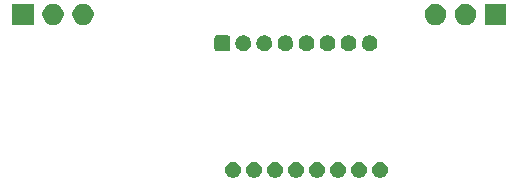
<source format=gbr>
G04 #@! TF.GenerationSoftware,KiCad,Pcbnew,9.0.2*
G04 #@! TF.CreationDate,2025-08-20T20:27:39-04:00*
G04 #@! TF.ProjectId,Trackball,54726163-6b62-4616-9c6c-2e6b69636164,rev?*
G04 #@! TF.SameCoordinates,Original*
G04 #@! TF.FileFunction,Soldermask,Bot*
G04 #@! TF.FilePolarity,Negative*
%FSLAX46Y46*%
G04 Gerber Fmt 4.6, Leading zero omitted, Abs format (unit mm)*
G04 Created by KiCad (PCBNEW 9.0.2) date 2025-08-20 20:27:39*
%MOMM*%
%LPD*%
G01*
G04 APERTURE LIST*
G04 APERTURE END LIST*
G36*
X112618232Y-177853108D02*
G01*
X112740664Y-177903821D01*
X112850850Y-177977445D01*
X112944555Y-178071150D01*
X113018179Y-178181336D01*
X113068892Y-178303768D01*
X113094745Y-178433740D01*
X113094745Y-178566260D01*
X113068892Y-178696232D01*
X113018179Y-178818664D01*
X112944555Y-178928850D01*
X112850850Y-179022555D01*
X112740664Y-179096179D01*
X112618232Y-179146892D01*
X112488260Y-179172745D01*
X112355740Y-179172745D01*
X112225768Y-179146892D01*
X112103336Y-179096179D01*
X111993150Y-179022555D01*
X111899445Y-178928850D01*
X111825821Y-178818664D01*
X111775108Y-178696232D01*
X111749255Y-178566260D01*
X111749255Y-178433740D01*
X111775108Y-178303768D01*
X111825821Y-178181336D01*
X111899445Y-178071150D01*
X111993150Y-177977445D01*
X112103336Y-177903821D01*
X112225768Y-177853108D01*
X112355740Y-177827255D01*
X112488260Y-177827255D01*
X112618232Y-177853108D01*
G37*
G36*
X114398232Y-177853108D02*
G01*
X114520664Y-177903821D01*
X114630850Y-177977445D01*
X114724555Y-178071150D01*
X114798179Y-178181336D01*
X114848892Y-178303768D01*
X114874745Y-178433740D01*
X114874745Y-178566260D01*
X114848892Y-178696232D01*
X114798179Y-178818664D01*
X114724555Y-178928850D01*
X114630850Y-179022555D01*
X114520664Y-179096179D01*
X114398232Y-179146892D01*
X114268260Y-179172745D01*
X114135740Y-179172745D01*
X114005768Y-179146892D01*
X113883336Y-179096179D01*
X113773150Y-179022555D01*
X113679445Y-178928850D01*
X113605821Y-178818664D01*
X113555108Y-178696232D01*
X113529255Y-178566260D01*
X113529255Y-178433740D01*
X113555108Y-178303768D01*
X113605821Y-178181336D01*
X113679445Y-178071150D01*
X113773150Y-177977445D01*
X113883336Y-177903821D01*
X114005768Y-177853108D01*
X114135740Y-177827255D01*
X114268260Y-177827255D01*
X114398232Y-177853108D01*
G37*
G36*
X116178232Y-177853108D02*
G01*
X116300664Y-177903821D01*
X116410850Y-177977445D01*
X116504555Y-178071150D01*
X116578179Y-178181336D01*
X116628892Y-178303768D01*
X116654745Y-178433740D01*
X116654745Y-178566260D01*
X116628892Y-178696232D01*
X116578179Y-178818664D01*
X116504555Y-178928850D01*
X116410850Y-179022555D01*
X116300664Y-179096179D01*
X116178232Y-179146892D01*
X116048260Y-179172745D01*
X115915740Y-179172745D01*
X115785768Y-179146892D01*
X115663336Y-179096179D01*
X115553150Y-179022555D01*
X115459445Y-178928850D01*
X115385821Y-178818664D01*
X115335108Y-178696232D01*
X115309255Y-178566260D01*
X115309255Y-178433740D01*
X115335108Y-178303768D01*
X115385821Y-178181336D01*
X115459445Y-178071150D01*
X115553150Y-177977445D01*
X115663336Y-177903821D01*
X115785768Y-177853108D01*
X115915740Y-177827255D01*
X116048260Y-177827255D01*
X116178232Y-177853108D01*
G37*
G36*
X117958232Y-177853108D02*
G01*
X118080664Y-177903821D01*
X118190850Y-177977445D01*
X118284555Y-178071150D01*
X118358179Y-178181336D01*
X118408892Y-178303768D01*
X118434745Y-178433740D01*
X118434745Y-178566260D01*
X118408892Y-178696232D01*
X118358179Y-178818664D01*
X118284555Y-178928850D01*
X118190850Y-179022555D01*
X118080664Y-179096179D01*
X117958232Y-179146892D01*
X117828260Y-179172745D01*
X117695740Y-179172745D01*
X117565768Y-179146892D01*
X117443336Y-179096179D01*
X117333150Y-179022555D01*
X117239445Y-178928850D01*
X117165821Y-178818664D01*
X117115108Y-178696232D01*
X117089255Y-178566260D01*
X117089255Y-178433740D01*
X117115108Y-178303768D01*
X117165821Y-178181336D01*
X117239445Y-178071150D01*
X117333150Y-177977445D01*
X117443336Y-177903821D01*
X117565768Y-177853108D01*
X117695740Y-177827255D01*
X117828260Y-177827255D01*
X117958232Y-177853108D01*
G37*
G36*
X119738232Y-177853108D02*
G01*
X119860664Y-177903821D01*
X119970850Y-177977445D01*
X120064555Y-178071150D01*
X120138179Y-178181336D01*
X120188892Y-178303768D01*
X120214745Y-178433740D01*
X120214745Y-178566260D01*
X120188892Y-178696232D01*
X120138179Y-178818664D01*
X120064555Y-178928850D01*
X119970850Y-179022555D01*
X119860664Y-179096179D01*
X119738232Y-179146892D01*
X119608260Y-179172745D01*
X119475740Y-179172745D01*
X119345768Y-179146892D01*
X119223336Y-179096179D01*
X119113150Y-179022555D01*
X119019445Y-178928850D01*
X118945821Y-178818664D01*
X118895108Y-178696232D01*
X118869255Y-178566260D01*
X118869255Y-178433740D01*
X118895108Y-178303768D01*
X118945821Y-178181336D01*
X119019445Y-178071150D01*
X119113150Y-177977445D01*
X119223336Y-177903821D01*
X119345768Y-177853108D01*
X119475740Y-177827255D01*
X119608260Y-177827255D01*
X119738232Y-177853108D01*
G37*
G36*
X121518232Y-177853108D02*
G01*
X121640664Y-177903821D01*
X121750850Y-177977445D01*
X121844555Y-178071150D01*
X121918179Y-178181336D01*
X121968892Y-178303768D01*
X121994745Y-178433740D01*
X121994745Y-178566260D01*
X121968892Y-178696232D01*
X121918179Y-178818664D01*
X121844555Y-178928850D01*
X121750850Y-179022555D01*
X121640664Y-179096179D01*
X121518232Y-179146892D01*
X121388260Y-179172745D01*
X121255740Y-179172745D01*
X121125768Y-179146892D01*
X121003336Y-179096179D01*
X120893150Y-179022555D01*
X120799445Y-178928850D01*
X120725821Y-178818664D01*
X120675108Y-178696232D01*
X120649255Y-178566260D01*
X120649255Y-178433740D01*
X120675108Y-178303768D01*
X120725821Y-178181336D01*
X120799445Y-178071150D01*
X120893150Y-177977445D01*
X121003336Y-177903821D01*
X121125768Y-177853108D01*
X121255740Y-177827255D01*
X121388260Y-177827255D01*
X121518232Y-177853108D01*
G37*
G36*
X123298232Y-177853108D02*
G01*
X123420664Y-177903821D01*
X123530850Y-177977445D01*
X123624555Y-178071150D01*
X123698179Y-178181336D01*
X123748892Y-178303768D01*
X123774745Y-178433740D01*
X123774745Y-178566260D01*
X123748892Y-178696232D01*
X123698179Y-178818664D01*
X123624555Y-178928850D01*
X123530850Y-179022555D01*
X123420664Y-179096179D01*
X123298232Y-179146892D01*
X123168260Y-179172745D01*
X123035740Y-179172745D01*
X122905768Y-179146892D01*
X122783336Y-179096179D01*
X122673150Y-179022555D01*
X122579445Y-178928850D01*
X122505821Y-178818664D01*
X122455108Y-178696232D01*
X122429255Y-178566260D01*
X122429255Y-178433740D01*
X122455108Y-178303768D01*
X122505821Y-178181336D01*
X122579445Y-178071150D01*
X122673150Y-177977445D01*
X122783336Y-177903821D01*
X122905768Y-177853108D01*
X123035740Y-177827255D01*
X123168260Y-177827255D01*
X123298232Y-177853108D01*
G37*
G36*
X125078232Y-177853108D02*
G01*
X125200664Y-177903821D01*
X125310850Y-177977445D01*
X125404555Y-178071150D01*
X125478179Y-178181336D01*
X125528892Y-178303768D01*
X125554745Y-178433740D01*
X125554745Y-178566260D01*
X125528892Y-178696232D01*
X125478179Y-178818664D01*
X125404555Y-178928850D01*
X125310850Y-179022555D01*
X125200664Y-179096179D01*
X125078232Y-179146892D01*
X124948260Y-179172745D01*
X124815740Y-179172745D01*
X124685768Y-179146892D01*
X124563336Y-179096179D01*
X124453150Y-179022555D01*
X124359445Y-178928850D01*
X124285821Y-178818664D01*
X124235108Y-178696232D01*
X124209255Y-178566260D01*
X124209255Y-178433740D01*
X124235108Y-178303768D01*
X124285821Y-178181336D01*
X124359445Y-178071150D01*
X124453150Y-177977445D01*
X124563336Y-177903821D01*
X124685768Y-177853108D01*
X124815740Y-177827255D01*
X124948260Y-177827255D01*
X125078232Y-177853108D01*
G37*
G36*
X111994296Y-167128932D02*
G01*
X112035868Y-167134989D01*
X112043498Y-167138719D01*
X112060770Y-167142155D01*
X112088699Y-167160816D01*
X112107081Y-167169803D01*
X112117013Y-167179735D01*
X112138145Y-167193855D01*
X112152264Y-167214986D01*
X112162196Y-167224918D01*
X112171181Y-167243297D01*
X112189845Y-167271230D01*
X112193280Y-167288502D01*
X112197010Y-167296131D01*
X112203064Y-167337688D01*
X112208000Y-167362500D01*
X112208000Y-168237500D01*
X112203063Y-168262315D01*
X112197010Y-168303868D01*
X112193281Y-168311495D01*
X112189845Y-168328770D01*
X112171179Y-168356705D01*
X112162196Y-168375081D01*
X112152266Y-168385010D01*
X112138145Y-168406145D01*
X112117010Y-168420266D01*
X112107081Y-168430196D01*
X112088705Y-168439179D01*
X112060770Y-168457845D01*
X112043495Y-168461281D01*
X112035868Y-168465010D01*
X111994314Y-168471064D01*
X111969500Y-168476000D01*
X111094500Y-168476000D01*
X111069687Y-168471064D01*
X111028131Y-168465010D01*
X111020502Y-168461280D01*
X111003230Y-168457845D01*
X110975297Y-168439181D01*
X110956918Y-168430196D01*
X110946986Y-168420264D01*
X110925855Y-168406145D01*
X110911735Y-168385013D01*
X110901803Y-168375081D01*
X110892816Y-168356699D01*
X110874155Y-168328770D01*
X110870719Y-168311498D01*
X110866989Y-168303868D01*
X110860932Y-168262295D01*
X110856000Y-168237500D01*
X110856000Y-167362500D01*
X110860931Y-167337705D01*
X110866989Y-167296131D01*
X110870719Y-167288499D01*
X110874155Y-167271230D01*
X110892815Y-167243303D01*
X110901803Y-167224918D01*
X110911737Y-167214983D01*
X110925855Y-167193855D01*
X110946983Y-167179737D01*
X110956918Y-167169803D01*
X110975303Y-167160815D01*
X111003230Y-167142155D01*
X111020499Y-167138719D01*
X111028131Y-167134989D01*
X111069707Y-167128931D01*
X111094500Y-167124000D01*
X111969500Y-167124000D01*
X111994296Y-167128932D01*
G37*
G36*
X113508232Y-167153108D02*
G01*
X113630664Y-167203821D01*
X113740850Y-167277445D01*
X113834555Y-167371150D01*
X113908179Y-167481336D01*
X113958892Y-167603768D01*
X113984745Y-167733740D01*
X113984745Y-167866260D01*
X113958892Y-167996232D01*
X113908179Y-168118664D01*
X113834555Y-168228850D01*
X113740850Y-168322555D01*
X113630664Y-168396179D01*
X113508232Y-168446892D01*
X113378260Y-168472745D01*
X113245740Y-168472745D01*
X113115768Y-168446892D01*
X112993336Y-168396179D01*
X112883150Y-168322555D01*
X112789445Y-168228850D01*
X112715821Y-168118664D01*
X112665108Y-167996232D01*
X112639255Y-167866260D01*
X112639255Y-167733740D01*
X112665108Y-167603768D01*
X112715821Y-167481336D01*
X112789445Y-167371150D01*
X112883150Y-167277445D01*
X112993336Y-167203821D01*
X113115768Y-167153108D01*
X113245740Y-167127255D01*
X113378260Y-167127255D01*
X113508232Y-167153108D01*
G37*
G36*
X115288232Y-167153108D02*
G01*
X115410664Y-167203821D01*
X115520850Y-167277445D01*
X115614555Y-167371150D01*
X115688179Y-167481336D01*
X115738892Y-167603768D01*
X115764745Y-167733740D01*
X115764745Y-167866260D01*
X115738892Y-167996232D01*
X115688179Y-168118664D01*
X115614555Y-168228850D01*
X115520850Y-168322555D01*
X115410664Y-168396179D01*
X115288232Y-168446892D01*
X115158260Y-168472745D01*
X115025740Y-168472745D01*
X114895768Y-168446892D01*
X114773336Y-168396179D01*
X114663150Y-168322555D01*
X114569445Y-168228850D01*
X114495821Y-168118664D01*
X114445108Y-167996232D01*
X114419255Y-167866260D01*
X114419255Y-167733740D01*
X114445108Y-167603768D01*
X114495821Y-167481336D01*
X114569445Y-167371150D01*
X114663150Y-167277445D01*
X114773336Y-167203821D01*
X114895768Y-167153108D01*
X115025740Y-167127255D01*
X115158260Y-167127255D01*
X115288232Y-167153108D01*
G37*
G36*
X117068232Y-167153108D02*
G01*
X117190664Y-167203821D01*
X117300850Y-167277445D01*
X117394555Y-167371150D01*
X117468179Y-167481336D01*
X117518892Y-167603768D01*
X117544745Y-167733740D01*
X117544745Y-167866260D01*
X117518892Y-167996232D01*
X117468179Y-168118664D01*
X117394555Y-168228850D01*
X117300850Y-168322555D01*
X117190664Y-168396179D01*
X117068232Y-168446892D01*
X116938260Y-168472745D01*
X116805740Y-168472745D01*
X116675768Y-168446892D01*
X116553336Y-168396179D01*
X116443150Y-168322555D01*
X116349445Y-168228850D01*
X116275821Y-168118664D01*
X116225108Y-167996232D01*
X116199255Y-167866260D01*
X116199255Y-167733740D01*
X116225108Y-167603768D01*
X116275821Y-167481336D01*
X116349445Y-167371150D01*
X116443150Y-167277445D01*
X116553336Y-167203821D01*
X116675768Y-167153108D01*
X116805740Y-167127255D01*
X116938260Y-167127255D01*
X117068232Y-167153108D01*
G37*
G36*
X118848232Y-167153108D02*
G01*
X118970664Y-167203821D01*
X119080850Y-167277445D01*
X119174555Y-167371150D01*
X119248179Y-167481336D01*
X119298892Y-167603768D01*
X119324745Y-167733740D01*
X119324745Y-167866260D01*
X119298892Y-167996232D01*
X119248179Y-168118664D01*
X119174555Y-168228850D01*
X119080850Y-168322555D01*
X118970664Y-168396179D01*
X118848232Y-168446892D01*
X118718260Y-168472745D01*
X118585740Y-168472745D01*
X118455768Y-168446892D01*
X118333336Y-168396179D01*
X118223150Y-168322555D01*
X118129445Y-168228850D01*
X118055821Y-168118664D01*
X118005108Y-167996232D01*
X117979255Y-167866260D01*
X117979255Y-167733740D01*
X118005108Y-167603768D01*
X118055821Y-167481336D01*
X118129445Y-167371150D01*
X118223150Y-167277445D01*
X118333336Y-167203821D01*
X118455768Y-167153108D01*
X118585740Y-167127255D01*
X118718260Y-167127255D01*
X118848232Y-167153108D01*
G37*
G36*
X120628232Y-167153108D02*
G01*
X120750664Y-167203821D01*
X120860850Y-167277445D01*
X120954555Y-167371150D01*
X121028179Y-167481336D01*
X121078892Y-167603768D01*
X121104745Y-167733740D01*
X121104745Y-167866260D01*
X121078892Y-167996232D01*
X121028179Y-168118664D01*
X120954555Y-168228850D01*
X120860850Y-168322555D01*
X120750664Y-168396179D01*
X120628232Y-168446892D01*
X120498260Y-168472745D01*
X120365740Y-168472745D01*
X120235768Y-168446892D01*
X120113336Y-168396179D01*
X120003150Y-168322555D01*
X119909445Y-168228850D01*
X119835821Y-168118664D01*
X119785108Y-167996232D01*
X119759255Y-167866260D01*
X119759255Y-167733740D01*
X119785108Y-167603768D01*
X119835821Y-167481336D01*
X119909445Y-167371150D01*
X120003150Y-167277445D01*
X120113336Y-167203821D01*
X120235768Y-167153108D01*
X120365740Y-167127255D01*
X120498260Y-167127255D01*
X120628232Y-167153108D01*
G37*
G36*
X122408232Y-167153108D02*
G01*
X122530664Y-167203821D01*
X122640850Y-167277445D01*
X122734555Y-167371150D01*
X122808179Y-167481336D01*
X122858892Y-167603768D01*
X122884745Y-167733740D01*
X122884745Y-167866260D01*
X122858892Y-167996232D01*
X122808179Y-168118664D01*
X122734555Y-168228850D01*
X122640850Y-168322555D01*
X122530664Y-168396179D01*
X122408232Y-168446892D01*
X122278260Y-168472745D01*
X122145740Y-168472745D01*
X122015768Y-168446892D01*
X121893336Y-168396179D01*
X121783150Y-168322555D01*
X121689445Y-168228850D01*
X121615821Y-168118664D01*
X121565108Y-167996232D01*
X121539255Y-167866260D01*
X121539255Y-167733740D01*
X121565108Y-167603768D01*
X121615821Y-167481336D01*
X121689445Y-167371150D01*
X121783150Y-167277445D01*
X121893336Y-167203821D01*
X122015768Y-167153108D01*
X122145740Y-167127255D01*
X122278260Y-167127255D01*
X122408232Y-167153108D01*
G37*
G36*
X124188232Y-167153108D02*
G01*
X124310664Y-167203821D01*
X124420850Y-167277445D01*
X124514555Y-167371150D01*
X124588179Y-167481336D01*
X124638892Y-167603768D01*
X124664745Y-167733740D01*
X124664745Y-167866260D01*
X124638892Y-167996232D01*
X124588179Y-168118664D01*
X124514555Y-168228850D01*
X124420850Y-168322555D01*
X124310664Y-168396179D01*
X124188232Y-168446892D01*
X124058260Y-168472745D01*
X123925740Y-168472745D01*
X123795768Y-168446892D01*
X123673336Y-168396179D01*
X123563150Y-168322555D01*
X123469445Y-168228850D01*
X123395821Y-168118664D01*
X123345108Y-167996232D01*
X123319255Y-167866260D01*
X123319255Y-167733740D01*
X123345108Y-167603768D01*
X123395821Y-167481336D01*
X123469445Y-167371150D01*
X123563150Y-167277445D01*
X123673336Y-167203821D01*
X123795768Y-167153108D01*
X123925740Y-167127255D01*
X124058260Y-167127255D01*
X124188232Y-167153108D01*
G37*
G36*
X95519517Y-164452882D02*
G01*
X95536062Y-164463938D01*
X95547118Y-164480483D01*
X95551000Y-164500000D01*
X95551000Y-166200000D01*
X95547118Y-166219517D01*
X95536062Y-166236062D01*
X95519517Y-166247118D01*
X95500000Y-166251000D01*
X93800000Y-166251000D01*
X93780483Y-166247118D01*
X93763938Y-166236062D01*
X93752882Y-166219517D01*
X93749000Y-166200000D01*
X93749000Y-164500000D01*
X93752882Y-164480483D01*
X93763938Y-164463938D01*
X93780483Y-164452882D01*
X93800000Y-164449000D01*
X95500000Y-164449000D01*
X95519517Y-164452882D01*
G37*
G36*
X135519517Y-164452882D02*
G01*
X135536062Y-164463938D01*
X135547118Y-164480483D01*
X135551000Y-164500000D01*
X135551000Y-166200000D01*
X135547118Y-166219517D01*
X135536062Y-166236062D01*
X135519517Y-166247118D01*
X135500000Y-166251000D01*
X133800000Y-166251000D01*
X133780483Y-166247118D01*
X133763938Y-166236062D01*
X133752882Y-166219517D01*
X133749000Y-166200000D01*
X133749000Y-164500000D01*
X133752882Y-164480483D01*
X133763938Y-164463938D01*
X133780483Y-164452882D01*
X133800000Y-164449000D01*
X135500000Y-164449000D01*
X135519517Y-164452882D01*
G37*
G36*
X97451546Y-164487797D02*
G01*
X97614728Y-164555389D01*
X97761588Y-164653518D01*
X97886482Y-164778412D01*
X97984611Y-164925272D01*
X98052203Y-165088454D01*
X98086661Y-165261687D01*
X98086661Y-165438313D01*
X98052203Y-165611546D01*
X97984611Y-165774728D01*
X97886482Y-165921588D01*
X97761588Y-166046482D01*
X97614728Y-166144611D01*
X97451546Y-166212203D01*
X97278313Y-166246661D01*
X97101687Y-166246661D01*
X96928454Y-166212203D01*
X96765272Y-166144611D01*
X96618412Y-166046482D01*
X96493518Y-165921588D01*
X96395389Y-165774728D01*
X96327797Y-165611546D01*
X96293339Y-165438313D01*
X96293339Y-165261687D01*
X96327797Y-165088454D01*
X96395389Y-164925272D01*
X96493518Y-164778412D01*
X96618412Y-164653518D01*
X96765272Y-164555389D01*
X96928454Y-164487797D01*
X97101687Y-164453339D01*
X97278313Y-164453339D01*
X97451546Y-164487797D01*
G37*
G36*
X99991546Y-164487797D02*
G01*
X100154728Y-164555389D01*
X100301588Y-164653518D01*
X100426482Y-164778412D01*
X100524611Y-164925272D01*
X100592203Y-165088454D01*
X100626661Y-165261687D01*
X100626661Y-165438313D01*
X100592203Y-165611546D01*
X100524611Y-165774728D01*
X100426482Y-165921588D01*
X100301588Y-166046482D01*
X100154728Y-166144611D01*
X99991546Y-166212203D01*
X99818313Y-166246661D01*
X99641687Y-166246661D01*
X99468454Y-166212203D01*
X99305272Y-166144611D01*
X99158412Y-166046482D01*
X99033518Y-165921588D01*
X98935389Y-165774728D01*
X98867797Y-165611546D01*
X98833339Y-165438313D01*
X98833339Y-165261687D01*
X98867797Y-165088454D01*
X98935389Y-164925272D01*
X99033518Y-164778412D01*
X99158412Y-164653518D01*
X99305272Y-164555389D01*
X99468454Y-164487797D01*
X99641687Y-164453339D01*
X99818313Y-164453339D01*
X99991546Y-164487797D01*
G37*
G36*
X129831546Y-164487797D02*
G01*
X129994728Y-164555389D01*
X130141588Y-164653518D01*
X130266482Y-164778412D01*
X130364611Y-164925272D01*
X130432203Y-165088454D01*
X130466661Y-165261687D01*
X130466661Y-165438313D01*
X130432203Y-165611546D01*
X130364611Y-165774728D01*
X130266482Y-165921588D01*
X130141588Y-166046482D01*
X129994728Y-166144611D01*
X129831546Y-166212203D01*
X129658313Y-166246661D01*
X129481687Y-166246661D01*
X129308454Y-166212203D01*
X129145272Y-166144611D01*
X128998412Y-166046482D01*
X128873518Y-165921588D01*
X128775389Y-165774728D01*
X128707797Y-165611546D01*
X128673339Y-165438313D01*
X128673339Y-165261687D01*
X128707797Y-165088454D01*
X128775389Y-164925272D01*
X128873518Y-164778412D01*
X128998412Y-164653518D01*
X129145272Y-164555389D01*
X129308454Y-164487797D01*
X129481687Y-164453339D01*
X129658313Y-164453339D01*
X129831546Y-164487797D01*
G37*
G36*
X132371546Y-164487797D02*
G01*
X132534728Y-164555389D01*
X132681588Y-164653518D01*
X132806482Y-164778412D01*
X132904611Y-164925272D01*
X132972203Y-165088454D01*
X133006661Y-165261687D01*
X133006661Y-165438313D01*
X132972203Y-165611546D01*
X132904611Y-165774728D01*
X132806482Y-165921588D01*
X132681588Y-166046482D01*
X132534728Y-166144611D01*
X132371546Y-166212203D01*
X132198313Y-166246661D01*
X132021687Y-166246661D01*
X131848454Y-166212203D01*
X131685272Y-166144611D01*
X131538412Y-166046482D01*
X131413518Y-165921588D01*
X131315389Y-165774728D01*
X131247797Y-165611546D01*
X131213339Y-165438313D01*
X131213339Y-165261687D01*
X131247797Y-165088454D01*
X131315389Y-164925272D01*
X131413518Y-164778412D01*
X131538412Y-164653518D01*
X131685272Y-164555389D01*
X131848454Y-164487797D01*
X132021687Y-164453339D01*
X132198313Y-164453339D01*
X132371546Y-164487797D01*
G37*
M02*

</source>
